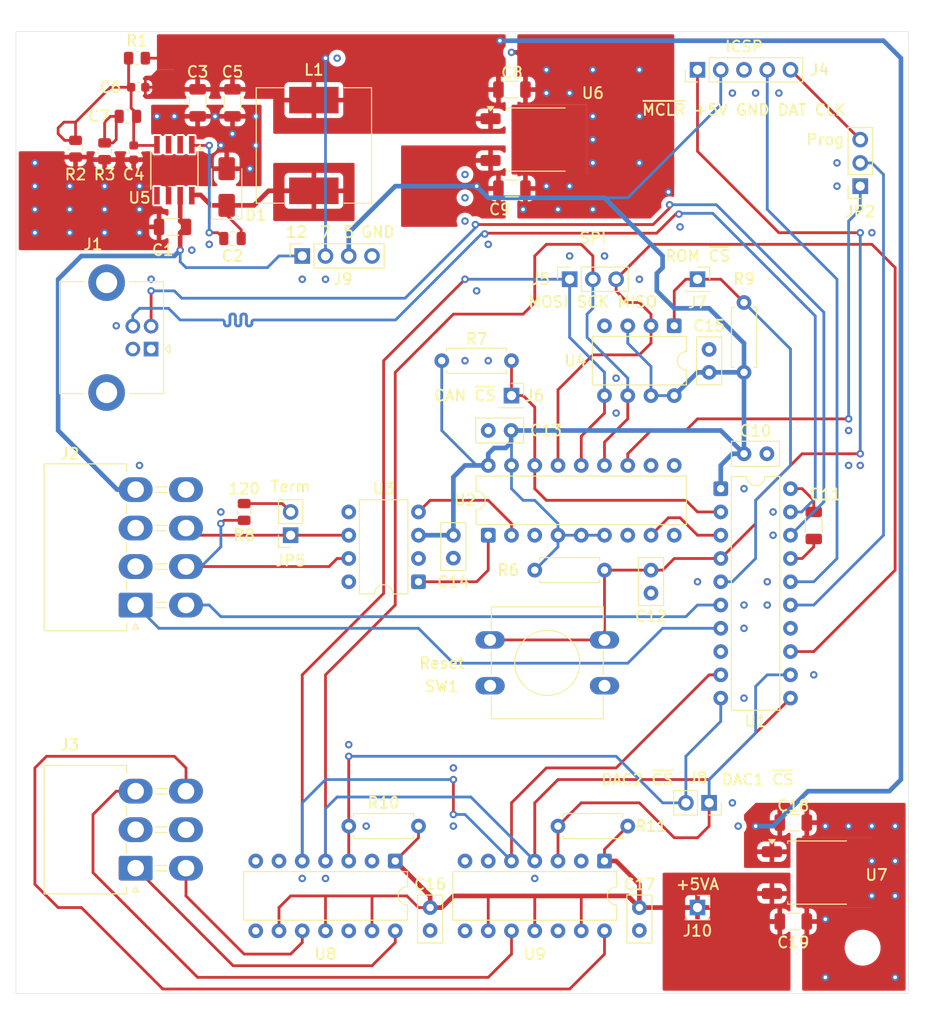
<source format=kicad_pcb>
(kicad_pcb (version 20241229) (generator "pcbnew") (generator_version "9.0")
  (title_block (title "CAN Gauge Interface") (date "2025-09-27") (rev "0.1") (company "Sam Anthony"))
  (layers (0 "F.Cu" signal) (4 "In1.Cu" signal) (6 "In2.Cu" signal) (2 "B.Cu" power) (13 "F.Paste" user) (15 "B.Paste" user) (5 "F.SilkS" user "F.Silkscreen") (7 "B.SilkS" user "B.Silkscreen") (1 "F.Mask" user) (3 "B.Mask" user) (25 "Edge.Cuts" user))
  (net 0 "")
  (net 1 "GND")
  (net 2 "+12V")
  (net 3 "Net-(U5-BOOT)")
  (net 4 "+7V")
  (net 5 "Net-(C7-Pad2)")
  (net 6 "+5V")
  (net 7 "Net-(U1-Vusb3v3)")
  (net 8 "/~{MCLR}")
  (net 9 "+5VA")
  (net 10 "/USB_D+")
  (net 11 "/USB_D-")
  (net 14 "/CAN_L")
  (net 15 "/Speed")
  (net 16 "/Tach")
  (net 17 "/CAN_H")
  (net 18 "/AN4")
  (net 19 "/AN2")
  (net 20 "/AN3")
  (net 21 "/AN1")
  (net 22 "/ICSP_CLK")
  (net 23 "/ICSP_DAT")
  (net 24 "/SCK")
  (net 25 "/MOSI")
  (net 26 "/MISO")
  (net 27 "/CAN_~{CS}")
  (net 28 "/ROM_~{CS}")
  (net 29 "/DAC2_~{CS}")
  (net 30 "/DAC1_~{CS}")
  (net 31 "/INT{slash}ICSP_CLK")
  (net 32 "/INT")
  (net 33 "Net-(JP5-B)")
  (net 35 "/CLK")
  (net 38 "/CAN_RX")
  (net 39 "/CAN_TX")
  (net 52 "/PH")
  (net 53 "/sense")
  (footprint "Connector_PinSocket_2.54mm:PinSocket_1x01_P2.54mm_Vertical" (layer "F.Cu") (at 124.46 129.54)
    (property "Reference" "J7")
    (property "Value" "ROM ~{CS}")
  )
  (footprint "Capacitor_SMD:C_1206_3216Metric" (layer "F.Cu") (at 104.189 119.634)
    (property "Reference" "C9")
    (property "Value" "10u" (hide yes))
  )
  (footprint "Capacitor_SMD:C_0805_2012Metric" (layer "F.Cu") (at 62.23 111.76 180)
    (property "Reference" "C7")
    (property "Value" "47n" (hide yes))
  )
  (footprint "Connector_PinSocket_2.54mm:PinSocket_1x04_P2.54mm_Vertical" (layer "F.Cu") (at 81.28 127 90)
    (property "Reference" "J9")
    (property "Value" "Conn_01x04_Socket" (hide yes))
  )
  (footprint "MountingHole:MountingHole_3.2mm_M3_DIN965" (layer "F.Cu") (at 55 202.5)
    (property "Reference" "H1" (hide yes))
    (property "Value" "MountingHole" (hide yes))
  )
  (footprint "Capacitor_SMD:C_1206_3216Metric" (layer "F.Cu") (at 134.923 199.644)
    (property "Reference" "C19")
    (property "Value" "10u" (hide yes))
  )
  (footprint "Resistor_THT:R_Axial_DIN0207_L6.3mm_D2.5mm_P7.62mm_Horizontal" (layer "F.Cu") (at 93.98 189.23 180)
    (property "Reference" "R10")
    (property "Value" "10k" (hide yes))
  )
  (footprint "Capacitor_SMD:C_1206_3216Metric" (layer "F.Cu") (at 134.923 188.849)
    (property "Reference" "C18")
    (property "Value" "10u" (hide yes))
  )
  (footprint "Package_TO_SOT_SMD:TO-252-2" (layer "F.Cu") (at 106.894 114.294)
    (property "Reference" "U6")
    (property "Value" "L78M05AB" (hide yes))
  )
  (footprint "Capacitor_THT:C_Disc_D5.0mm_W2.5mm_P2.50mm" (layer "F.Cu") (at 95.25 198.12 -90)
    (property "Reference" "C16")
    (property "Value" "100n" (hide yes))
  )
  (footprint "MountingHole:MountingHole_3.2mm_M3_DIN965" (layer "F.Cu") (at 142.5 202.5)
    (property "Reference" "H2" (hide yes))
    (property "Value" "MountingHole" (hide yes))
  )
  (footprint "Capacitor_SMD:C_0603_1608Metric" (layer "F.Cu") (at 62.865 115.71 -90)
    (property "Reference" "C4")
    (property "Value" "220p" (hide yes))
  )
  (footprint "footprints:Molex_Mini-Fit_Jr_5569-06A2_2x03_P4.20mm_Horizontal" (layer "F.Cu") (at 63.08 193.82 90)
    (property "Reference" "J3")
    (property "Value" "Analog")
  )
  (footprint "Resistor_SMD:R_0805_2012Metric" (layer "F.Cu") (at 63.2225 105.41)
    (property "Reference" "R1")
    (property "Value" "10k" (hide yes))
  )
  (footprint "footprints:USB_B_Lumberg_2411_02_Horizontal" (layer "F.Cu") (at 64.77 137.16 180)
    (property "Reference" "J1")
    (property "Value" "USB_B" (hide yes))
  )
  (footprint "Connector_PinSocket_2.54mm:PinSocket_1x02_P2.54mm_Vertical" (layer "F.Cu") (at 80.01 157.48 180)
    (property "Reference" "JP5")
    (property "Value" "Term")
  )
  (footprint "Capacitor_SMD:C_0603_1608Metric" (layer "F.Cu") (at 63.36 108.585)
    (property "Reference" "C6")
    (property "Value" "3300p" (hide yes))
  )
  (footprint "Inductor_SMD:L_12x12mm_H8mm" (layer "F.Cu") (at 82.55 114.935 90)
    (property "Reference" "L1")
    (property "Value" "150u" (hide yes))
  )
  (footprint "MountingHole:MountingHole_3.2mm_M3_DIN965" (layer "F.Cu") (at 55 107.5)
    (property "Reference" "H4" (hide yes))
    (property "Value" "MountingHole" (hide yes))
  )
  (footprint "Resistor_SMD:R_0805_2012Metric" (layer "F.Cu") (at 56.515 115.2925 -90)
    (property "Reference" "R2")
    (property "Value" "3k24" (hide yes))
  )
  (footprint "Resistor_THT:R_Axial_DIN0207_L6.3mm_D2.5mm_P7.62mm_Horizontal" (layer "F.Cu") (at 106.68 161.29)
    (property "Reference" "R6")
    (property "Value" "10k" (hide yes))
  )
  (footprint "Connector_PinSocket_2.54mm:PinSocket_1x02_P2.54mm_Vertical" (layer "F.Cu") (at 125.73 186.69 -90)
    (property "Reference" "J8")
    (property "Value" "DAC ~{CS}" (hide yes))
  )
  (footprint "Button_Switch_THT:SW_PUSH-12mm" (layer "F.Cu") (at 114.3 173.91 180)
    (property "Reference" "SW1")
    (property "Value" "Reset")
  )
  (footprint "Capacitor_SMD:C_1206_3216Metric" (layer "F.Cu") (at 69.85 110.285 -90)
    (property "Reference" "C3")
    (property "Value" "22u" (hide yes))
  )
  (footprint "Connector_PinSocket_2.54mm:PinSocket_1x01_P2.54mm_Vertical" (layer "F.Cu") (at 104.14 142.24)
    (property "Reference" "J6")
    (property "Value" "CAN ~{CS}")
  )
  (footprint "Resistor_THT:R_Axial_DIN0207_L6.3mm_D2.5mm_P7.62mm_Horizontal" (layer "F.Cu") (at 129.54 139.7 90)
    (property "Reference" "R9")
    (property "Value" "10k" (hide yes))
  )
  (footprint "Connector_PinSocket_2.54mm:PinSocket_1x03_P2.54mm_Vertical" (layer "F.Cu") (at 142.24 119.38 180)
    (property "Reference" "JP2")
    (property "Value" "Prog")
  )
  (footprint "Package_DIP:DIP-14_W7.62mm" (layer "F.Cu") (at 91.44 193.04 -90)
    (property "Reference" "U8")
    (property "Value" "MCP4912" (hide yes))
  )
  (footprint "Diode_SMD:D_SMA" (layer "F.Cu") (at 73.025 119.475 90)
    (property "Reference" "D1")
    (property "Value" "SS34" (hide yes))
  )
  (footprint "footprints:Molex_Mini-Fit_Jr_5569-08A2_2x04_P4.20mm_Horizontal" (layer "F.Cu") (at 63.08 165.1 90)
    (property "Reference" "J2")
    (property "Value" "Conn_02x04_Top_Bottom")
  )
  (footprint "Resistor_SMD:R_0805_2012Metric" (layer "F.Cu") (at 59.69 115.57 -90)
    (property "Reference" "R3")
    (property "Value" "2k7" (hide yes))
  )
  (footprint "Package_DIP:DIP-8_W7.62mm" (layer "F.Cu") (at 93.98 162.56 180)
    (property "Reference" "U3")
    (property "Value" "MCP2561-E-P" (hide yes))
  )
  (footprint "Resistor_THT:R_Axial_DIN0207_L6.3mm_D2.5mm_P7.62mm_Horizontal" (layer "F.Cu") (at 96.52 138.43)
    (property "Reference" "R7")
    (property "Value" "10k" (hide yes))
  )
  (footprint "Capacitor_SMD:C_1206_3216Metric" (layer "F.Cu") (at 73.66 110.285 -90)
    (property "Reference" "C5")
    (property "Value" "22u" (hide yes))
  )
  (footprint "Connector_PinHeader_2.54mm:PinHeader_1x05_P2.54mm_Vertical" (layer "F.Cu") (at 124.46 106.68 90)
    (property "Reference" "J4")
    (property "Value" "ICSP")
  )
  (footprint "Capacitor_THT:C_Disc_D5.0mm_W2.5mm_P2.50mm" (layer "F.Cu") (at 97.79 159.98 90)
    (property "Reference" "C14")
    (property "Value" "100n" (hide yes))
  )
  (footprint "Connector_PinSocket_2.54mm:PinSocket_1x03_P2.54mm_Vertical" (layer "F.Cu") (at 110.49 129.54 90)
    (property "Reference" "J5")
    (property "Value" "SPI Debug" (hide yes))
  )
  (footprint "Capacitor_SMD:C_1206_3216Metric" (layer "F.Cu") (at 104.189 108.839)
    (property "Reference" "C8")
    (property "Value" "10u" (hide yes))
  )
  (footprint "Connector_PinSocket_2.54mm:PinSocket_1x01_P2.54mm_Vertical" (layer "F.Cu") (at 124.46 198.12)
    (property "Reference" "J10")
    (property "Value" "+5VA")
  )
  (footprint "Package_DIP:DIP-20_W7.62mm" (layer "F.Cu") (at 127 152.4)
    (property "Reference" "U1")
    (property "Value" "PIC16F1459-IP" (hide yes))
  )
  (footprint "Capacitor_SMD:C_0805_2012Metric" (layer "F.Cu") (at 73.66 125.095)
    (property "Reference" "C2")
    (property "Value" "10n" (hide yes))
  )
  (footprint "Package_SO:TI_SO-PowerPAD-8" (layer "F.Cu") (at 67.31 117.635 -90)
    (property "Reference" "U5")
    (property "Value" "TPS5430DDA" (hide yes))
  )
  (footprint "Capacitor_THT:C_Disc_D5.0mm_W2.5mm_P2.50mm" (layer "F.Cu") (at 119.38 161.29 -90)
    (property "Reference" "C12")
    (property "Value" "100n" (hide yes))
  )
  (footprint "Capacitor_THT:C_Disc_D5.0mm_W2.5mm_P2.50mm" (layer "F.Cu") (at 118.11 198.12 -90)
    (property "Reference" "C17")
    (property "Value" "100n" (hide yes))
  )
  (footprint "Resistor_SMD:R_0805_2012Metric" (layer "F.Cu") (at 74.93 154.94 -90)
    (property "Reference" "R8")
    (property "Value" "120")
  )
  (footprint "Capacitor_THT:C_Disc_D5.0mm_W2.5mm_P2.50mm" (layer "F.Cu") (at 129.54 148.59)
    (property "Reference" "C10")
    (property "Value" "100n" (hide yes))
  )
  (footprint "MountingHole:MountingHole_3.2mm_M3_DIN965" (layer "F.Cu") (at 142.5 107.5)
    (property "Reference" "H3" (hide yes))
    (property "Value" "MountingHole" (hide yes))
  )
  (footprint "Capacitor_THT:C_Disc_D5.0mm_W2.5mm_P2.50mm" (layer "F.Cu") (at 101.6 146.05)
    (property "Reference" "C13")
    (property "Value" "100n" (hide yes))
  )
  (footprint "Resistor_THT:R_Axial_DIN0207_L6.3mm_D2.5mm_P7.62mm_Horizontal" (layer "F.Cu") (at 116.84 189.23 180)
    (property "Reference" "R11")
    (property "Value" "10k" (hide yes))
  )
  (footprint "Package_DIP:DIP-18_W7.62mm" (layer "F.Cu") (at 101.6 157.48 90)
    (property "Reference" "U2")
    (property "Value" "MCP2515-I/P" (hide yes))
  )
  (footprint "Capacitor_SMD:C_1206_3216Metric" (layer "F.Cu") (at 137.16 156.415 90)
    (property "Reference" "C11")
    (property "Value" "1u" (hide yes))
  )
  (footprint "Package_DIP:DIP-8_W7.62mm" (layer "F.Cu") (at 121.92 134.62 -90)
    (property "Reference" "U4")
    (property "Value" "25LC160C" (hide yes))
  )
  (footprint "Package_TO_SOT_SMD:TO-252-2" (layer "F.Cu") (at 137.628 194.304)
    (property "Reference" "U7")
    (property "Value" "L78M05AB" (hide yes))
  )
  (footprint "Capacitor_SMD:C_1206_3216Metric" (layer "F.Cu") (at 67.105 123.825 180)
    (property "Reference" "C1")
    (property "Value" "22u" (hide yes))
  )
  (footprint "Capacitor_THT:C_Disc_D5.0mm_W2.5mm_P2.50mm" (layer "F.Cu") (at 125.73 137.2 -90)
    (property "Reference" "C15")
    (property "Value" "100n" (hide yes))
  )
  (footprint "Package_DIP:DIP-14_W7.62mm" (layer "F.Cu") (at 114.3 193.04 -90)
    (property "Reference" "U9")
    (property "Value" "MCP4912" (hide yes))
  )
  (gr_rect (start 50 102.5) (end 147.5 207.5) (stroke (width 0.05)) (fill no) (layer "Edge.Cuts"))
  (gr_text "SPI" (at 113.03 125.73 0) (layer "F.SilkS") (effects (font (size 1.2 1.2) (thickness 0.2) (bold yes)) (justify bottom)))
  (gr_text "12" (at 80.645 125.095 0) (layer "F.SilkS") (effects (font (size 1.2 1.2) (thickness 0.2) (bold yes)) (justify bottom)))
  (gr_text "~{MCLR} +5V GND DAT CLK" (at 129.54 111.76 0) (layer "F.SilkS") (effects (font (size 1.2 1.2) (thickness 0.2) (bold yes)) (justify bottom)))
  (gr_text "GND" (at 89.535 125.095 0) (layer "F.SilkS") (effects (font (size 1.2 1.2) (thickness 0.2) (bold yes)) (justify bottom)))
  (gr_text "7\n" (at 83.82 125.095 0) (layer "F.SilkS") (effects (font (size 1.2 1.2) (thickness 0.2) (bold yes)) (justify bottom)))
  (gr_text "DAC2 ~{CS}" (at 121.92 184.15 0) (layer "F.SilkS") (effects (font (size 1.2 1.2) (thickness 0.2) (bold yes)) (justify right)))
  (gr_text "DAC1 ~{CS}" (at 127 184.15 0) (layer "F.SilkS") (effects (font (size 1.2 1.2) (thickness 0.2) (bold yes)) (justify left)))
  (gr_text "MOSI SCK MISO" (at 113.03 132.715 0) (layer "F.SilkS") (effects (font (size 1.2 1.2) (thickness 0.2) (bold yes)) (justify bottom)))
  (gr_text "5" (at 86.36 125.095 0) (layer "F.SilkS") (effects (font (size 1.2 1.2) (thickness 0.2) (bold yes)) (justify bottom)))
  (segment (start 134.62 152.4) (end 135.89 152.4) (width 0.3048) (layer "F.Cu") (net 1))
  (segment (start 105.664 105.664) (end 105.664 108.839) (width 0.508) (layer "F.Cu") (net 1))
  (segment (start 104.14 104.775) (end 104.775 104.775) (width 0.508) (layer "F.Cu") (net 1))
  (segment (start 137.16 153.67) (end 137.16 154.94) (width 0.3048) (layer "F.Cu") (net 1))
  (segment (start 104.775 104.775) (end 105.664 105.664) (width 0.508) (layer "F.Cu") (net 1))
  (segment (start 135.89 152.4) (end 137.16 153.67) (width 0.3048) (layer "F.Cu") (net 1))
  (via (at 128.27 109.22) (size 0.8128) (drill 0.4) (layers "F.Cu" "B.Cu") (net 1))
  (via (at 71.755 111.76) (size 0.8128) (drill 0.4) (layers "F.Cu" "B.Cu") (net 1))
  (via (at 73.66 113.665) (size 0.8128) (drill 0.4) (layers "F.Cu" "B.Cu") (net 1))
  (via (at 122.555 123.825) (size 0.8128) (drill 0.4) (layers "F.Cu" "B.Cu") (net 1))
  (via (at 99.06 138.43) (size 0.8128) (drill 0.4) (layers "F.Cu" "B.Cu") (net 1))
  (via (at 63.5 124.46) (size 0.8128) (drill 0.4) (layers "F.Cu" "B.Cu") (net 1))
  (via (at 139.7 116.84) (size 0.8128) (drill 0.4) (layers "F.Cu" "B.Cu") (net 1))
  (via (at 110.49 109.22) (size 0.8128) (drill 0.4) (layers "F.Cu" "B.Cu") (net 1))
  (via (at 113.03 111.76) (size 0.8128) (drill 0.4) (layers "F.Cu" "B.Cu") (net 1))
  (via (at 146.05 196.85) (size 0.8128) (drill 0.4) (layers "F.Cu" "B.Cu") (net 1))
  (via (at 118.11 129.54) (size 0.8128) (drill 0.4) (layers "F.Cu" "B.Cu") (net 1))
  (via (at 67.31 111.76) (size 0.8128) (drill 0.4) (layers "F.Cu" "B.Cu") (net 1))
  (via (at 110.49 119.38) (size 0.8128) (drill 0.4) (layers "F.Cu" "B.Cu") (net 1))
  (via (at 88.265 189.23) (size 0.8128) (drill 0.4) (layers "F.Cu" "B.Cu") (net 1))
  (via (at 138.43 199.39) (size 0.8128) (drill 0.4) (layers "F.Cu" "B.Cu") (net 1))
  (via (at 69.215 126.365) (size 0.8128) (drill 0.4) (layers "F.Cu" "B.Cu") (net 1))
  (via (at 146.05 193.04) (size 0.8128) (drill 0.4) (layers "F.Cu" "B.Cu") (net 1))
  (via (at 143.51 189.23) (size 0.8128) (drill 0.4) (layers "F.Cu" "B.Cu") (net 1))
  (via (at 75.565 117.475) (size 0.8128) (drill 0.4) (layers "F.Cu" "B.Cu") (net 1))
  (via (at 104.14 104.775) (size 0.8128) (drill 0.4) (layers "F.Cu" "B.Cu") (net 1))
  (via (at 81.28 129.54) (size 0.8128) (drill 0.4) (layers "F.Cu" "B.Cu") (net 1))
  (via (at 118.11 116.84) (size 0.8128) (drill 0.4) (layers "F.Cu" "B.Cu") (net 1))
  (via (at 65.405 111.76) (size 0.8128) (drill 0.4) (layers "F.Cu" "B.Cu") (net 1))
  (via (at 55.88 121.92) (size 0.8128) (drill 0.4) (layers "F.Cu" "B.Cu") (net 1))
  (via (at 121.285 120.015) (size 0.8128) (drill 0.4) (layers "F.Cu" "B.Cu") (net 1))
  (via (at 138.43 189.23) (size 0.8128) (drill 0.4) (layers "F.Cu" "B.Cu") (net 1))
  (via (at 132.08 162.56) (size 0.8128) (drill 0.4) (layers "F.Cu" "B.Cu") (net 1))
  (via (at 110.49 127) (size 0.8128) (drill 0.4) (layers "F.Cu" "B.Cu") (net 1))
  (via (at 63.5 149.86) (size 0.8128) (drill 0.4) (layers "F.Cu" "B.Cu") (net 1))
  (via (at 128.905 189.23) (size 0.8128) (drill 0.4) (layers "F.Cu" "B.Cu") (net 1))
  (via (at 107.95 119.38) (size 0.8128) (drill 0.4) (layers "F.Cu" "B.Cu") (net 1))
  (via (at 99.06 120.65) (size 0.8128) (drill 0.4) (layers "F.Cu" "B.Cu") (net 1))
  (via (at 140.97 149.86) (size 0.8128) (drill 0.4) (layers "F.Cu" "B.Cu") (net 1))
  (via (at 142.24 149.86) (size 0.8128) (drill 0.4) (layers "F.Cu" "B.Cu") (net 1))
  (via (at 132.715 157.48) (size 0.8128) (drill 0.4) (layers "F.Cu" "B.Cu") (net 1))
  (via (at 143.51 124.46) (size 0.8128) (drill 0.4) (layers "F.Cu" "B.Cu") (net 1))
  (via (at 128.27 186.69) (size 0.8128) (drill 0.4) (layers "F.Cu" "B.Cu") (net 1))
  (via (at 132.08 165.1) (size 0.8128) (drill 0.4) (layers "F.Cu" "B.Cu") (net 1))
  (via (at 85.09 105.41) (size 0.8128) (drill 0.4) (layers "F.Cu" "B.Cu") (net 1))
  (via (at 129.54 165.1) (size 0.8128) (drill 0.4) (layers "F.Cu" "B.Cu") (net 1))
  (via (at 130.81 109.22) (size 0.8128) (drill 0.4) (layers "F.Cu" "B.Cu") (net 1))
  (via (at 129.54 152.4) (size 0.8128) (drill 0.4) (layers "F.Cu" "B.Cu") (net 1))
  (via (at 52.07 119.38) (size 0.8128) (drill 0.4) (layers "F.Cu" "B.Cu") (net 1))
  (via (at 146.05 205.74) (size 0.8128) (drill 0.4) (layers "F.Cu" "B.Cu") (net 1))
  (via (at 101.6 125.73) (size 0.8128) (drill 0.4) (layers "F.Cu" "B.Cu") (net 1))
  (via (at 133.35 109.22) (size 0.8128) (drill 0.4) (layers "F.Cu" "B.Cu") (net 1))
  (via (at 109.22 121.92) (size 0.8128) (drill 0.4) (layers "F.Cu" "B.Cu") (net 1))
  (via (at 59.69 121.92) (size 0.8128) (drill 0.4) (layers "F.Cu" "B.Cu") (net 1))
  (via (at 115.57 140.335) (size 0.8128) (drill 0.4) (layers "F.Cu" "B.Cu") (net 1))
  (via (at 55.88 119.38) (size 0.8128) (drill 0.4) (layers "F.Cu" "B.Cu") (net 1))
  (via (at 106.68 194.945) (size 0.8128) (drill 0.4) (layers "F.Cu" "B.Cu") (net 1))
  (via (at 76.2 114.935) (size 0.8128) (drill 0.4) (layers "F.Cu" "B.Cu") (net 1))
  (via (at 140.97 189.23) (size 0.8128) (drill 0.4) (layers "F.Cu" "B.Cu") (net 1))
  (via (at 113.03 114.3) (size 0.8128) (drill 0.4) (layers "F.Cu" "B.Cu") (net 1))
  (via (at 60.96 134.62) (size 0.8128) (drill 0.4) (layers "F.Cu" "B.Cu") (net 1))
  (via (at 115.57 144.145) (size 0.8128) (drill 0.4) (layers "F.Cu" "B.Cu") (net 1))
  (via (at 118.11 111.76) (size 0.8128) (drill 0.4) (layers "F.Cu" "B.Cu") (net 1))
  (via (at 71.12 125.73) (size 0.8128) (drill 0.4) (layers "F.Cu" "B.Cu") (net 1))
  (via (at 105.41 121.92) (size 0.8128) (drill 0.4) (layers "F.Cu" "B.Cu") (net 1))
  (via (at 138.43 205.74) (size 0.8128) (drill 0.4) (layers "F.Cu" "B.Cu") (net 1))
  (via (at 99.06 118.11) (size 0.8128) (drill 0.4) (layers "F.Cu" "B.Cu") (net 1))
  (via (at 100.33 130.81) (size 0.8128) (drill 0.4) (layers "F.Cu" "B.Cu") (net 1))
  (via (at 52.07 116.84) (size 0.8128) (drill 0.4) (layers "F.Cu" "B.Cu") (net 1))
  (via (at 72.39 114.935) (size 0.8128) (drill 0.4) (layers "F.Cu" "B.Cu") (net 1))
  (via (at 83.82 129.54) (size 0.8128) (drill 0.4) (layers "F.Cu" "B.Cu") (net 1))
  (via (at 64.77 129.54) (size 0.8128) (drill 0.4) (layers "F.Cu" "B.Cu") (net 1))
  (via (at 63.5 121.92) (size 0.8128) (drill 0.4) (layers "F.Cu" "B.Cu") (net 1))
  (via (at 137.16 172.72) (size 0.8128) (drill 0.4) (layers "F.Cu" "B.Cu") (net 1))
  (via (at 107.95 109.22) (size 0.8128) (drill 0.4) (layers "F.Cu" "B.Cu") (net 1))
  (via (at 101.6 138.43) (size 0.8128) (drill 0.4) (layers "F.Cu" "B.Cu") (net 1))
  (via (at 97.79 189.23) (size 0.8128) (drill 0.4) (layers "F.Cu" "B.Cu") (net 1))
  (via (at 118.11 106.68) (size 0.8128) (drill 0.4) (layers "F.Cu" "B.Cu") (net 1))
  (via (at 52.07 124.46) (size 0.8128) (drill 0.4) (layers "F.Cu" "B.Cu") (net 1))
  (via (at 139.7 119.38) (size 0.8128) (drill 0.4) (layers "F.Cu" "B.Cu") (net 1))
  (via (at 83.82 194.945) (size 0.8128) (drill 0.4) (layers "F.Cu" "B.Cu") (net 1))
  (via (at 146.05 189.23) (size 0.8128) (drill 0.4) (layers "F.Cu" "B.Cu") (net 1))
  (via (at 113.03 121.92) (size 0.8128) (drill 0.4) (layers "F.Cu" "B.Cu") (net 1))
  (via (at 113.03 106.68) (size 0.8128) (drill 0.4) (layers "F.Cu" "B.Cu") (net 1))
  (via (at 72.39 154.94) (size 0.8128) (drill 0.4) (layers "F.Cu" "B.Cu") (net 1))
  (via (at 59.69 119.38) (size 0.8128) (drill 0.4) (layers "F.Cu" "B.Cu") (net 1))
  (via (at 129.54 175.26) (size 0.8128) (drill 0.4) (layers "F.Cu" "B.Cu") (net 1))
  (via (at 81.28 194.945) (size 0.8128) (drill 0.4) (layers "F.Cu" "B.Cu") (net 1))
  (via (at 97.79 182.88) (size 0.8128) (drill 0.4) (layers "F.Cu" "B.Cu") (net 1))
  (via (at 124.46 162.56) (size 0.8128) (drill 0.4) (layers "F.Cu" "B.Cu") (net 1))
  (via (at 55.88 124.46) (size 0.8128) (drill 0.4) (layers "F.Cu" "B.Cu") (net 1))
  (via (at 132.715 154.94) (size 0.8128) (drill 0.4) (layers "F.Cu" "B.Cu") (net 1))
  (via (at 143.51 196.85) (size 0.8128) (drill 0.4) (layers "F.Cu" "B.Cu") (net 1))
  (via (at 113.03 116.84) (size 0.8128) (drill 0.4) (layers "F.Cu" "B.Cu") (net 1))
  (via (at 63.5 119.38) (size 0.8128) (drill 0.4) (layers "F.Cu" "B.Cu") (net 1))
  (via (at 59.69 124.46) (size 0.8128) (drill 0.4) (layers "F.Cu" "B.Cu") (net 1))
  (via (at 76.2 111.76) (size 0.8128) (drill 0.4) (layers "F.Cu" "B.Cu") (net 1))
  (via (at 86.36 180.34) (size 0.8128) (drill 0.4) (layers "F.Cu" "B.Cu") (net 1))
  (via (at 129.54 167.64) (size 0.8128) (drill 0.4) (layers "F.Cu" "B.Cu") (net 1))
  (via (at 143.51 193.04) (size 0.8128) (drill 0.4) (layers "F.Cu" "B.Cu") (net 1))
  (via (at 99.06 123.19) (size 0.8128) (drill 0.4) (layers "F.Cu" "B.Cu") (net 1))
  (via (at 107.95 106.68) (size 0.8128) (drill 0.4) (layers "F.Cu" "B.Cu") (net 1))
  (via (at 52.07 121.92) (size 0.8128) (drill 0.4) (layers "F.Cu" "B.Cu") (net 1))
  (via (at 114.3 127) (size 0.8128) (drill 0.4) (layers "F.Cu" "B.Cu") (net 1))
  (via (at 140.97 146.05) (size 0.8128) (drill 0.4) (layers "F.Cu" "B.Cu") (net 1))
  (segment (start 67.945 124.46) (end 67.945 126.365) (width 0.508) (layer "F.Cu") (net 2))
  (segment (start 67.945 123.19) (end 68.58 123.825) (width 0.508) (layer "F.Cu") (net 2))
  (segment (start 68.58 123.825) (end 67.945 124.46) (width 0.508) (layer "F.Cu") (net 2))
  (segment (start 67.945 120.335) (end 67.945 123.19) (width 0.508) (layer "F.Cu") (net 2))
  (via (at 67.945 126.365) (size 0.8128) (drill 0.4) (layers "F.Cu" "B.Cu") (net 2))
  (segment (start 54.61 146.05) (end 61.06 152.5) (width 0.508) (layer "B.Cu") (net 2))
  (segment (start 67.945 126.365) (end 67.31 127) (width 0.508) (layer "B.Cu") (net 2))
  (segment (start 77.47 128.27) (end 68.58 128.27) (width 0.3048) (layer "B.Cu") (net 2))
  (segment (start 68.58 128.27) (end 67.945 127.635) (width 0.3048) (layer "B.Cu") (net 2))
  (segment (start 67.31 127) (end 57.15 127) (width 0.508) (layer "B.Cu") (net 2))
  (segment (start 57.15 127) (end 54.61 129.54) (width 0.508) (layer "B.Cu") (net 2))
  (segment (start 61.06 152.5) (end 63.08 152.5) (width 0.508) (layer "B.Cu") (net 2))
  (segment (start 78.74 127) (end 77.47 128.27) (width 0.3048) (layer "B.Cu") (net 2))
  (segment (start 54.61 129.54) (end 54.61 146.05) (width 0.508) (layer "B.Cu") (net 2))
  (segment (start 81.28 127) (end 78.74 127) (width 0.3048) (layer "B.Cu") (net 2))
  (segment (start 67.945 127.635) (end 67.945 126.365) (width 0.3048) (layer "B.Cu") (net 2))
  (segment (start 69.215 114.935) (end 71.12 114.935) (width 0.3048) (layer "F.Cu") (net 3))
  (segment (start 72.075 124.46) (end 72.71 125.095) (width 0.3048) (layer "F.Cu") (net 3))
  (segment (start 71.12 124.46) (end 72.075 124.46) (width 0.3048) (layer "F.Cu") (net 3))
  (via (at 71.12 114.935) (size 0.8128) (drill 0.4) (layers "F.Cu" "B.Cu") (net 3))
  (via (at 71.12 124.46) (size 0.8128) (drill 0.4) (layers "F.Cu" "B.Cu") (net 3))
  (segment (start 71.12 114.935) (end 71.12 124.46) (width 0.3048) (layer "B.Cu") (net 3))
  (segment (start 83.82 105.41) (end 82.55 106.68) (width 0.3048) (layer "F.Cu") (net 4))
  (segment (start 102.714 103.661) (end 102.87 103.505) (width 0.508) (layer "F.Cu") (net 4))
  (segment (start 69.85 107.315) (end 69.85 108.81) (width 0.3048) (layer "F.Cu") (net 4))
  (segment (start 102.714 108.839) (end 102.714 103.661) (width 0.508) (layer "F.Cu") (net 4))
  (segment (start 64.135 105.41) (end 67.945 105.41) (width 0.3048) (layer "F.Cu") (net 4))
  (segment (start 67.945 105.41) (end 69.85 107.315) (width 0.3048) (layer "F.Cu") (net 4))
  (segment (start 82.55 106.68) (end 82.55 109.985) (width 0.3048) (layer "F.Cu") (net 4))
  (via (at 102.87 103.505) (size 0.8128) (drill 0.4) (layers "F.Cu" "B.Cu") (net 4))
  (via (at 83.82 105.41) (size 0.8128) (drill 0.4) (layers "F.Cu" "B.Cu") (net 4))
  (via (at 130.81 189.23) (size 0.8128) (drill 0.4) (layers "F.Cu" "B.Cu") (net 4))
  (segment (start 146.685 105.41) (end 146.685 184.15) (width 0.508) (layer "B.Cu") (net 4))
  (segment (start 102.87 103.505) (end 144.78 103.505) (width 0.508) (layer "B.Cu") (net 4))
  (segment (start 83.82 127) (end 83.82 105.41) (width 0.3048) (layer "B.Cu") (net 4))
  (segment (start 144.78 103.505) (end 146.685 105.41) (width 0.508) (layer "B.Cu") (net 4))
  (segment (start 146.685 184.15) (end 145.415 185.42) (width 0.508) (layer "B.Cu") (net 4))
  (segment (start 136.525 185.42) (end 132.715 189.23) (width 0.508) (layer "B.Cu") (net 4))
  (segment (start 145.415 185.42) (end 136.525 185.42) (width 0.508) (layer "B.Cu") (net 4))
  (segment (start 132.715 189.23) (end 130.81 189.23) (width 0.508) (layer "B.Cu") (net 4))
  (segment (start 60.6025 114.6575) (end 60.96 114.3) (width 0.3048) (layer "F.Cu") (net 5))
  (segment (start 59.69 112.395) (end 60.325 111.76) (width 0.3048) (layer "F.Cu") (net 5))
  (segment (start 59.69 114.6575) (end 60.6025 114.6575) (width 0.3048) (layer "F.Cu") (net 5))
  (segment (start 59.69 114.6575) (end 59.69 112.395) (width 0.3048) (layer "F.Cu") (net 5))
  (segment (start 60.325 111.76) (end 61.28 111.76) (width 0.3048) (layer "F.Cu") (net 5))
  (segment (start 60.96 114.3) (end 60.96 111.76) (width 0.3048) (layer "F.Cu") (net 5))
  (segment (start 102.714 119.634) (end 100.584 119.634) (width 0.508) (layer "F.Cu") (net 6))
  (segment (start 100.584 119.634) (end 100.33 119.38) (width 0.508) (layer "F.Cu") (net 6))
  (via (at 100.33 119.38) (size 0.8128) (drill 0.4) (layers "F.Cu" "B.Cu") (net 6))
  (segment (start 119.38 139.065) (end 116.84 136.525) (width 0.3048) (layer "B.Cu") (net 6))
  (segment (start 119.38 142.24) (end 121.92 142.24) (width 0.3048) (layer "B.Cu") (net 6))
  (segment (start 128.27 148.59) (end 127 149.86) (width 0.508) (layer "B.Cu") (net 6))
  (segment (start 119.38 142.24) (end 119.38 139.065) (width 0.3048) (layer "B.Cu") (net 6))
  (segment (start 86.36 127) (end 86.36 124.46) (width 0.508) (layer "B.Cu") (net 6))
  (segment (start 129.54 148.59) (end 127 146.05) (width 0.508) (layer "B.Cu") (net 6))
  (segment (start 101.6 149.86) (end 99.06 149.86) (width 0.508) (layer "B.Cu") (net 6))
  (segment (start 96.52 146.05) (end 100.33 149.86) (width 0.3048) (layer "B.Cu") (net 6))
  (segment (start 100.33 149.86) (end 101.6 149.86) (width 0.3048) (layer "B.Cu") (net 6))
  (segment (start 100.33 119.38) (end 101.6 120.65) (width 0.508) (layer "B.Cu") (net 6))
  (segment (start 91.44 119.38) (end 100.33 119.38) (width 0.508) (layer "B.Cu") (net 6))
  (segment (start 109.22 156.21) (end 109.22 157.48) (width 0.3048) (layer "B.Cu") (net 6))
  (segment (start 124.46 139.7) (end 121.92 142.24) (width 0.508) (layer "B.Cu") (net 6))
  (segment (start 120.65 128.27) (end 120.015 128.905) (width 0.508) (layer "B.Cu") (net 6))
  (segment (start 120.015 128.905) (end 120.015 130.81) (width 0.508) (layer "B.Cu") (net 6))
  (segment (start 97.79 151.13) (end 97.79 157.48) (width 0.508) (layer "B.Cu") (net 6))
  (segment (start 125.73 132.715) (end 129.54 136.525) (width 0.508) (layer "B.Cu") (net 6))
  (segment (start 127 149.86) (end 127 152.4) (width 0.508) (layer "B.Cu") (net 6))
  (segment (start 109.22 158.75) (end 106.68 161.29) (width 0.3048) (layer "B.Cu") (net 6))
  (segment (start 104.14 149.86) (end 104.14 152.4) (width 0.3048) (layer "B.Cu") (net 6))
  (segment (start 125.73 139.7) (end 124.46 139.7) (width 0.508) (layer "B.Cu") (net 6))
  (segment (start 120.65 127) (end 120.65 128.27) (width 0.508) (layer "B.Cu") (net 6))
  (segment (start 109.22 157.48) (end 114.3 157.48) (width 0.3048) (layer "B.Cu") (net 6))
  (segment (start 121.92 132.715) (end 125.73 132.715) (width 0.508) (layer "B.Cu") (net 6))
  (segment (start 97.79 157.48) (end 93.98 157.48) (width 0.508) (layer "B.Cu") (net 6))
  (segment (start 127 106.68) (end 127 110.49) (width 0.3048) (layer "B.Cu") (net 6))
  (segment (start 129.54 139.7) (end 129.54 148.59) (width 0.508) (layer "B.Cu") (net 6))
  (segment (start 105.41 153.67) (end 106.68 153.67) (width 0.3048) (layer "B.Cu") (net 6))
  (segment (start 99.06 149.86) (end 97.79 151.13) (width 0.508) (layer "B.Cu") (net 6))
  (segment (start 101.6 148.59) (end 101.6 149.86) (width 0.508) (layer "B.Cu") (net 6))
  (segment (start 114.3 120.65) (end 120.65 127) (width 0.508) (layer "B.Cu") (net 6))
  (segment (start 120.015 130.81) (end 121.92 132.715) (width 0.508) (layer "B.Cu") (net 6))
  (segment (start 129.54 136.525) (end 129.54 139.7) (width 0.508) (layer "B.Cu") (net 6))
  (segment (start 104.14 149.86) (end 104.14 146.09) (width 0.3048) (layer "B.Cu") (net 6))
  (segment (start 86.36 124.46) (end 91.44 119.38) (width 0.508) (layer "B.Cu") (net 6))
  (segment (start 129.54 139.7) (end 125.73 139.7) (width 0.508) (layer "B.Cu") (net 6))
  (segment (start 109.22 157.48) (end 109.22 158.75) (width 0.3048) (layer "B.Cu") (net 6))
  (segment (start 103.505 147.955) (end 102.235 147.955) (width 0.508) (layer "B.Cu") (net 6))
  (segment (start 127 146.05) (end 104.1 146.05) (width 0.508) (layer "B.Cu") (net 6))
  (segment (start 127 110.49) (end 116.84 120.65) (width 0.3048) (layer "B.Cu") (net 6))
  (segment (start 101.6 120.65) (end 114.3 120.65) (width 0.508) (layer "B.Cu") (net 6))
  (segment (start 102.235 147.955) (end 101.6 148.59) (width 0.508) (layer "B.Cu") (net 6))
  (segment (start 96.52 138.43) (end 96.52 146.05) (width 0.3048) (layer "B.Cu") (net 6))
  (segment (start 106.68 153.67) (end 109.22 156.21) (width 0.3048) (layer "B.Cu") (net 6))
  (segment (start 129.54 148.59) (end 128.27 148.59) (width 0.508) (layer "B.Cu") (net 6))
  (segment (start 104.1 146.05) (end 104.1 147.36) (width 0.508) (layer "B.Cu") (net 6))
  (segment (start 116.84 120.65) (end 114.3 120.65) (width 0.3048) (layer "B.Cu") (net 6))
  (segment (start 116.84 136.525) (end 116.84 134.62) (width 0.3048) (layer "B.Cu") (net 6))
  (segment (start 104.14 146.09) (end 104.1 146.05) (width 0.3048) (layer "B.Cu") (net 6))
  (segment (start 104.1 147.36) (end 103.505 147.955) (width 0.508) (layer "B.Cu") (net 6))
  (segment (start 104.14 152.4) (end 105.41 153.67) (width 0.3048) (layer "B.Cu") (net 6))
  (segment (start 137.16 158.75) (end 137.16 157.89) (width 0.3048) (layer "F.Cu") (net 7))
  (segment (start 135.89 160.02) (end 137.16 158.75) (width 0.3048) (layer "F.Cu") (net 7))
  (segment (start 134.62 160.02) (end 135.89 160.02) (width 0.3048) (layer "F.Cu") (net 7))
  (segment (start 130.81 153.67) (end 135.89 148.59) (width 0.3048) (layer "F.Cu") (net 8))
  (segment (start 135.89 148.59) (end 140.97 148.59) (width 0.3048) (layer "F.Cu") (net 8))
  (segment (start 120.65 161.29) (end 119.38 161.29) (width 0.3048) (layer "F.Cu") (net 8))
  (segment (start 130.81 156.21) (end 130.81 153.67) (width 0.3048) (layer "F.Cu") (net 8))
  (segment (start 119.38 161.29) (end 114.3 161.29) (width 0.3048) (layer "F.Cu") (net 8))
  (segment (start 133.35 124.46) (end 124.46 115.57) (width 0.3048) (layer "F.Cu") (net 8))
  (segment (start 140.97 148.59) (end 142.24 148.59) (width 0.3048) (layer "F.Cu") (net 8))
  (segment (start 121.92 160.02) (end 120.65 161.29) (width 0.3048) (layer "F.Cu") (net 8))
  (segment (start 114.3 168.91) (end 101.8 168.91) (width 0.3048) (layer "F.Cu") (net 8))
  (segment (start 124.46 115.57) (end 124.46 106.68) (width 0.3048) (layer "F.Cu") (net 8))
  (segment (start 142.24 124.46) (end 133.35 124.46) (width 0.3048) (layer "F.Cu") (net 8))
  (segment (start 114.3 161.29) (end 114.3 168.91) (width 0.3048) (layer "F.Cu") (net 8))
  (segment (start 127 160.02) (end 121.92 160.02) (width 0.3048) (layer "F.Cu") (net 8))
  (segment (start 127 160.02) (end 130.81 156.21) (width 0.3048) (layer "F.Cu") (net 8))
  (via (at 142.24 124.46) (size 0.8128) (drill 0.4) (layers "F.Cu" "B.Cu") (net 8))
  (via (at 142.24 148.59) (size 0.8128) (drill 0.4) (layers "F.Cu" "B.Cu") (net 8))
  (segment (start 142.24 148.59) (end 142.24 124.46) (width 0.3048) (layer "B.Cu") (net 8))
  (segment (start 106.68 196.85) (end 111.76 196.85) (width 0.508) (layer "F.Cu") (net 9))
  (segment (start 95.25 198.12) (end 95.25 196.85) (width 0.508) (layer "F.Cu") (net 9))
  (segment (start 80.01 196.85) (end 83.82 196.85) (width 0.3048) (layer "F.Cu") (net 9))
  (segment (start 88.9 196.85) (end 92.71 196.85) (width 0.3048) (layer "F.Cu") (net 9))
  (segment (start 95.25 196.85) (end 91.44 193.04) (width 0.508) (layer "F.Cu") (net 9))
  (segment (start 93.98 198.12) (end 95.25 198.12) (width 0.3048) (layer "F.Cu") (net 9))
  (segment (start 92.71 196.85) (end 93.98 198.12) (width 0.3048) (layer "F.Cu") (net 9))
  (segment (start 101.6 196.85) (end 106.68 196.85) (width 0.508) (layer "F.Cu") (net 9))
  (segment (start 83.82 200.66) (end 83.82 196.85) (width 0.3048) (layer "F.Cu") (net 9))
  (segment (start 88.9 200.66) (end 88.9 196.85) (width 0.3048) (layer "F.Cu") (net 9))
  (segment (start 116.84 196.85) (end 118.11 198.12) (width 0.508) (layer "F.Cu") (net 9))
  (segment (start 124.46 198.12) (end 127 198.12) (width 0.508) (layer "F.Cu") (net 9))
  (segment (start 118.11 198.12) (end 118.11 195.58) (width 0.508) (layer "F.Cu") (net 9))
  (segment (start 116.84 189.23) (end 114.3 191.77) (width 0.3048) (layer "F.Cu") (net 9))
  (segment (start 118.11 198.12) (end 124.46 198.12) (width 0.508) (layer "F.Cu") (net 9))
  (segment (start 128.524 199.644) (end 133.448 199.644) (width 0.508) (layer "F.Cu") (net 9))
  (segment (start 127 198.12) (end 128.524 199.644) (width 0.508) (layer "F.Cu") (net 9))
  (segment (start 115.57 193.04) (end 114.3 193.04) (width 0.508) (layer "F.Cu") (net 9))
  (segment (start 78.74 200.66) (end 78.74 198.12) (width 0.3048) (layer "F.Cu") (net 9))
  (segment (start 83.82 196.85) (end 88.9 196.85) (width 0.3048) (layer "F.Cu") (net 9))
  (segment (start 118.11 195.58) (end 115.57 193.04) (width 0.508) (layer "F.Cu") (net 9))
  (segment (start 78.74 198.12) (end 80.01 196.85) (width 0.3048) (layer "F.Cu") (net 9))
  (segment (start 111.76 200.66) (end 111.76 196.85) (width 0.3048) (layer "F.Cu") (net 9))
  (segment (start 111.76 196.85) (end 116.84 196.85) (width 0.508) (layer "F.Cu") (net 9))
  (segment (start 101.6 200.66) (end 101.6 196.85) (width 0.3048) (layer "F.Cu") (net 9))
  (segment (start 96.52 198.12) (end 97.79 196.85) (width 0.508) (layer "F.Cu") (net 9))
  (segment (start 93.98 190.5) (end 91.44 193.04) (width 0.3048) (layer "F.Cu") (net 9))
  (segment (start 97.79 196.85) (end 101.6 196.85) (width 0.508) (layer "F.Cu") (net 9))
  (segment (start 114.3 191.77) (end 114.3 193.04) (width 0.3048) (layer "F.Cu") (net 9))
  (segment (start 106.68 200.66) (end 106.68 196.85) (width 0.3048) (layer "F.Cu") (net 9))
  (segment (start 93.98 189.23) (end 93.98 190.5) (width 0.3048) (layer "F.Cu") (net 9))
  (segment (start 95.25 198.12) (end 96.52 198.12) (width 0.508) (layer "F.Cu") (net 9))
  (segment (start 119.992911 124.511628) (end 122.072664 122.431875) (width 0.3048) (layer "F.Cu") (net 10))
  (segment (start 122.072664 122.431875) (end 122.431875 122.431875) (width 0.3048) (layer "F.Cu") (net 10))
  (segment (start 101.302122 124.511628) (end 119.992911 124.511628) (width 0.3048) (layer "F.Cu") (net 10))
  (segment (start 101.218172 124.595578) (end 101.302122 124.511628) (width 0.3048) (layer "F.Cu") (net 10))
  (via (at 122.431875 122.431875) (size 0.8128) (drill 0.4) (layers "F.Cu" "B.Cu") (net 10))
  (via (at 101.218172 124.595578) (size 0.8128) (drill 0.4) (layers "F.Cu" "B.Cu") (net 10))
  (segment (start 73.017588 134.636703) (end 73.137588 134.636703) (width 0.3048) (layer "B.Cu") (net 10))
  (segment (start 74.577588 134.396703) (end 74.577588 133.985) (width 0.3048) (layer "B.Cu") (net 10))
  (segment (start 75.417588 134.636689) (end 75.537588 134.636689) (width 0.3048) (layer "B.Cu") (net 10))
  (segment (start 75.177588 133.573297) (end 75.177588 133.985) (width 0.3048) (layer "B.Cu") (net 10))
  (segment (start 84.395645 133.985) (end 91.46954 133.985) (width 0.3048) (layer "B.Cu") (net 10))
  (segment (start 62.77 133.445) (end 63.5 132.715) (width 0.3048) (layer "B.Cu") (net 10))
  (segment (start 74.577588 133.985) (end 74.577588 133.573297) (width 0.3048) (layer "B.Cu") (net 10))
  (segment (start 73.377588 134.225) (end 73.377588 133.985) (width 0.3048) (layer "B.Cu") (net 10))
  (segment (start 91.46954 133.985) (end 100.858961 124.595578) (width 0.3048) (layer "B.Cu") (net 10))
  (segment (start 72.777588 134.225) (end 72.777588 134.396703) (width 0.3048) (layer "B.Cu") (net 10))
  (segment (start 137.3251 133.54464) (end 137.3251 153.445822) (width 0.3048) (layer "B.Cu") (net 10))
  (segment (start 73.617588 133.333297) (end 73.737588 133.333297) (width 0.3048) (layer "B.Cu") (net 10))
  (segment (start 122.431875 122.431875) (end 122.515825 122.347925) (width 0.3048) (layer "B.Cu") (net 10))
  (segment (start 75.177588 134.225) (end 75.177588 134.396689) (width 0.3048) (layer "B.Cu") (net 10))
  (segment (start 122.515825 122.347925) (end 126.128385 122.347925) (width 0.3048) (layer "B.Cu") (net 10))
  (segment (start 74.217588 134.636703) (end 74.337588 134.636703) (width 0.3048) (layer "B.Cu") (net 10))
  (segment (start 73.977588 133.985) (end 73.977588 134.396703) (width 0.3048) (layer "B.Cu") (net 10))
  (segment (start 74.817588 133.333297) (end 74.937588 133.333297) (width 0.3048) (layer "B.Cu") (net 10))
  (segment (start 62.77 134.66) (end 62.77 133.445) (width 0.3048) (layer "B.Cu") (net 10))
  (segment (start 73.377588 134.396703) (end 73.377588 134.225) (width 0.3048) (layer "B.Cu") (net 10))
  (segment (start 66.675 132.715) (end 67.945 133.985) (width 0.3048) (layer "B.Cu") (net 10))
  (segment (start 67.945 133.985) (end 72.537588 133.985) (width 0.3048) (layer "B.Cu") (net 10))
  (segment (start 75.777588 134.396689) (end 75.777588 134.225) (width 0.3048) (layer "B.Cu") (net 10))
  (segment (start 73.377588 133.985) (end 73.377588 133.573297) (width 0.3048) (layer "B.Cu") (net 10))
  (segment (start 63.5 132.715) (end 66.675 132.715) (width 0.3048) (layer "B.Cu") (net 10))
  (segment (start 75.177588 133.985) (end 75.177588 134.225) (width 0.3048) (layer "B.Cu") (net 10))
  (segment (start 135.830922 154.94) (end 134.62 154.94) (width 0.3048) (layer "B.Cu") (net 10))
  (segment (start 73.977588 133.573297) (end 73.977588 133.985) (width 0.3048) (layer "B.Cu") (net 10))
  (segment (start 76.017588 133.985) (end 76.137588 133.985) (width 0.3048) (layer "B.Cu") (net 10))
  (segment (start 137.3251 153.445822) (end 135.830922 154.94) (width 0.3048) (layer "B.Cu") (net 10))
  (segment (start 126.128385 122.347925) (end 137.3251 133.54464) (width 0.3048) (layer "B.Cu") (net 10))
  (segment (start 76.137588 133.985) (end 84.395645 133.985) (width 0.3048) (layer "B.Cu") (net 10))
  (segment (start 100.858961 124.595578) (end 101.218172 124.595578) (width 0.3048) (layer "B.Cu") (net 10))
  (arc (start 73.977588 134.396703) (mid 74.047882 134.566409) (end 74.217588 134.636703) (width 0.3048) (layer "B.Cu") (net 10))
  (arc (start 73.137588 134.636703) (mid 73.307294 134.566409) (end 73.377588 134.396703) (width 0.3048) (layer "B.Cu") (net 10))
  (arc (start 72.777588 134.396703) (mid 72.847882 134.566409) (end 73.017588 134.636703) (width 0.3048) (layer "B.Cu") (net 10))
  (arc (start 74.577588 133.573297) (mid 74.647882 133.403591) (end 74.817588 133.333297) (width 0.3048) (layer "B.Cu") (net 10))
  (arc (start 75.537588 134.636689) (mid 75.707294 134.566395) (end 75.777588 134.396689) (width 0.3048) (layer "B.Cu") (net 10))
  (arc (start 75.777588 134.225) (mid 75.847882 134.055294) (end 76.017588 133.985) (width 0.3048) (layer "B.Cu") (net 10))
  (arc (start 73.737588 133.333297) (mid 73.907294 133.403591) (end 73.977588 133.573297) (width 0.3048) (layer "B.Cu") (net 10))
  (arc (start 73.377588 133.573297) (mid 73.447882 133.403591) (end 73.617588 133.333297) (width 0.3048) (layer "B.Cu") (net 10))
  (arc (start 75.177588 134.396689) (mid 75.247882 134.566395) (end 75.417588 134.636689) (width 0.3048) (layer "B.Cu") (net 10))
  (arc (start 74.937588 133.333297) (mid 75.107294 133.403591) (end 75.177588 133.573297) (width 0.3048) (layer "B.Cu") (net 10))
  (arc (start 74.337588 134.636703) (mid 74.507294 134.566409) (end 74.577588 134.396703) (width 0.3048) (layer "B.Cu") (net 10))
  (arc (start 72.537588 133.985) (mid 72.707294 134.055294) (end 72.777588 134.225) (width 0.3048) (layer "B.Cu") (net 10))
  (segment (start 100.194422 123.571828) (end 119.603633 123.571828) (width 0.3048) (layer "F.Cu") (net 11))
  (segment (start 121.408125 121.767336) (end 121.408125 121.408125) (width 0.3048) (layer "F.Cu") (net 11))
  (segment (start 64.77 130.81) (end 64.77 134.66) (width 0.3048) (layer "F.Cu") (net 11))
  (segment (start 119.603633 123.571828) (end 121.408125 121.767336) (width 0.3048) (layer "F.Cu") (net 11))
  (via (at 100.194422 123.571828) (size 0.8128) (drill 0.4) (layers "F.Cu" "B.Cu") (net 11))
  (via (at 121.408125 121.408125) (size 0.8128) (drill 0.4) (layers "F.Cu" "B.Cu") (net 11))
  (via (at 64.77 130.81) (size 0.8128) (drill 0.4) (layers "F.Cu" "B.Cu") (net 11))
  (segment (start 126.517665 121.408125) (end 138.2649 133.15536) (width 0.3048) (layer "B.Cu") (net 11))
  (segment (start 138.2649 133.15536) (end 138.2649 153.8351) (width 0.3048) (layer "B.Cu") (net 11))
  (segment (start 67.31 130.81) (end 68.1101 131.6101) (width 0.3048) (layer "B.Cu") (net 11))
  (segment (start 68.1101 131.6101) (end 92.51536 131.6101) (width 0.3048) (layer "B.Cu") (net 11))
  (segment (start 100.194422 123.931039) (end 100.194422 123.571828) (width 0.3048) (layer "B.Cu") (net 11))
  (segment (start 64.77 130.81) (end 67.31 130.81) (width 0.3048) (layer "B.Cu") (net 11))
  (segment (start 121.408125 121.408125) (end 126.517665 121.408125) (width 0.3048) (layer "B.Cu") (net 11))
  (segment (start 92.51536 131.6101) (end 100.194422 123.931039) (width 0.3048) (layer "B.Cu") (net 11))
  (segment (start 138.2649 153.8351) (end 134.62 157.48) (width 0.3048) (layer "B.Cu") (net 11))
  (segment (start 69.36 157.48) (end 68.58 156.7) (width 0.3048) (layer "F.Cu") (net 14))
  (segment (start 86.36 157.48) (end 80.01 157.48) (width 0.3048) (layer "F.Cu") (net 14))
  (segment (start 80.01 157.48) (end 69.36 157.48) (width 0.3048) (layer "F.Cu") (net 14))
  (segment (start 123.19 166.37) (end 72.39 166.37) (width 0.3048) (layer "B.Cu") (net 15))
  (segment (start 127 165.1) (end 124.46 165.1) (width 0.3048) (layer "B.Cu") (net 15))
  (segment (start 72.39 166.37) (end 71.12 165.1) (width 0.3048) (layer "B.Cu") (net 15))
  (segment (start 71.12 165.1) (end 68.58 165.1) (width 0.3048) (layer "B.Cu") (net 15))
  (segment (start 124.46 165.1) (end 123.19 166.37) (width 0.3048) (layer "B.Cu") (net 15))
  (segment (start 127 167.64) (end 120.65 167.64) (width 0.3048) (layer "B.Cu") (net 16))
  (segment (start 116.84 171.45) (end 97.79 171.45) (width 0.3048) (layer "B.Cu") (net 16))
  (segment (start 120.65 167.64) (end 116.84 171.45) (width 0.3048) (layer "B.Cu") (net 16))
  (segment (start 65.62 167.64) (end 63.08 165.1) (width 0.3048) (layer "B.Cu") (net 16))
  (segment (start 97.79 171.45) (end 93.98 167.64) (width 0.3048) (layer "B.Cu") (net 16))
  (segment (start 93.98 167.64) (end 65.62 167.64) (width 0.3048) (layer "B.Cu") (net 16))
  (segment (start 84.21 160.9) (end 68.58 160.9) (width 0.3048) (layer "F.Cu") (net 17))
  (segment (start 85.09 160.02) (end 84.21 160.9) (width 0.3048) (layer "F.Cu") (net 17))
  (segment (start 72.7475 155.8525) (end 72.39 156.21) (width 0.3048) (layer "F.Cu") (net 17))
  (segment (start 74.93 155.8525) (end 72.7475 155.8525) (width 0.3048) (layer "F.Cu") (net 17))
  (segment (start 86.36 160.02) (end 85.09 160.02) (width 0.3048) (layer "F.Cu") (net 17))
  (via (at 72.39 156.21) (size 0.8128) (drill 0.4) (layers "F.Cu" "B.Cu") (net 17))
  (segment (start 72.39 158.75) (end 70.24 160.9) (width 0.3048) (layer "B.Cu") (net 17))
  (segment (start 70.24 160.9) (end 68.58 160.9) (width 0.3048) (layer "B.Cu") (net 17))
  (segment (start 72.39 156.21) (end 72.39 158.75) (width 0.3048) (layer "B.Cu") (net 17))
  (segment (start 104.14 203.2) (end 101.6 205.74) (width 0.3048) (layer "F.Cu") (net 18))
  (segment (start 60.96 185.42) (end 63.08 185.42) (width 0.3048) (layer "F.Cu") (net 18))
  (segment (start 101.6 205.74) (end 69.85 205.74) (width 0.3048) (layer "F.Cu") (net 18))
  (segment (start 104.14 200.66) (end 104.14 203.2) (width 0.3048) (layer "F.Cu") (net 18))
  (segment (start 58.42 187.96) (end 60.96 185.42) (width 0.3048) (layer "F.Cu") (net 18))
  (segment (start 69.85 205.74) (end 58.42 194.31) (width 0.3048) (layer "F.Cu") (net 18))
  (segment (start 58.42 194.31) (end 58.42 187.96) (width 0.3048) (layer "F.Cu") (net 18))
  (segment (start 74.93 203.2) (end 68.58 196.85) (width 0.3048) (layer "F.Cu") (net 19))
  (segment (start 81.28 201.93) (end 80.01 203.2) (width 0.3048) (layer "F.Cu") (net 19))
  (segment (start 81.28 200.66) (end 81.28 201.93) (width 0.3048) (layer "F.Cu") (net 19))
  (segment (start 80.01 203.2) (end 74.93 203.2) (width 0.3048) (layer "F.Cu") (net 19))
  (segment (start 68.58 196.85) (end 68.58 193.82) (width 0.3048) (layer "F.Cu") (net 19))
  (segment (start 114.3 203.2) (end 110.49 207.01) (width 0.3048) (layer "F.Cu") (net 20))
  (segment (start 57.15 198.12) (end 54.61 198.12) (width 0.3048) (layer "F.Cu") (net 20))
  (segment (start 68.58 182.88) (end 68.58 185.42) (width 0.3048) (layer "F.Cu") (net 20))
  (segment (start 52.07 182.88) (end 53.34 181.61) (width 0.3048) (layer "F.Cu") (net 20))
  (segment (start 110.49 207.01) (end 66.04 207.01) (width 0.3048) (layer "F.Cu") (net 20))
  (segment (start 114.3 200.66) (end 114.3 203.2) (width 0.3048) (layer "F.Cu") (net 20))
  (segment (start 52.07 195.58) (end 52.07 182.88) (width 0.3048) (layer "F.Cu") (net 20))
  (segment (start 66.04 207.01) (end 57.15 198.12) (width 0.3048) (layer "F.Cu") (net 20))
  (segment (start 67.31 181.61) (end 68.58 182.88) (width 0.3048) (layer "F.Cu") (net 20))
  (segment (start 54.61 198.12) (end 52.07 195.58) (width 0.3048) (layer "F.Cu") (net 20))
  (segment (start 53.34 181.61) (end 67.31 181.61) (width 0.3048) (layer "F.Cu") (net 20))
  (segment (start 88.9 204.47) (end 73.73 204.47) (width 0.3048) (layer "F.Cu") (net 21))
  (segment (start 91.44 201.93) (end 88.9 204.47) (width 0.3048) (layer "F.Cu") (net 21))
  (segment (start 91.44 200.66) (end 91.44 201.93) (width 0.3048) (layer "F.Cu") (net 21))
  (segment (start 73.73 204.47) (end 63.08 193.82) (width 0.3048) (layer "F.Cu") (net 21))
  (segment (start 142.24 114.3) (end 134.62 106.68) (width 0.3048) (layer "F.Cu") (net 22))
  (segment (start 139.7 129.54) (end 139.7 160.02) (width 0.3048) (layer "B.Cu") (net 23))
  (segment (start 132.08 106.68) (end 132.08 121.92) (width 0.3048) (layer "B.Cu") (net 23))
  (segment (start 139.7 160.02) (end 137.16 162.56) (width 0.3048) (layer "B.Cu") (net 23))
  (segment (start 132.08 121.92) (end 139.7 129.54) (width 0.3048) (layer "B.Cu") (net 23))
  (segment (start 137.16 162.56) (end 134.62 162.56) (width 0.3048) (layer "B.Cu") (net 23))
  (segment (start 91.44 165.1) (end 83.82 172.72) (width 0.3048) (layer "F.Cu") (net 24))
  (segment (start 113.03 129.54) (end 113.03 127) (width 0.3048) (layer "F.Cu") (net 24))
  (segment (start 83.82 172.72) (end 83.82 193.04) (width 0.3048) (layer "F.Cu") (net 24))
  (segment (start 105.41 133.35) (end 97.79 133.35) (width 0.3048) (layer "F.Cu") (net 24))
  (segment (start 125.73 184.15) (end 109.22 184.15) (width 0.3048) (layer "F.Cu") (net 24))
  (segment (start 107.95 125.73) (end 106.68 127) (width 0.3048) (layer "F.Cu") (net 24))
  (segment (start 97.79 133.35) (end 91.44 139.7) (width 0.3048) (layer "F.Cu") (net 24))
  (segment (start 113.03 127) (end 111.76 125.73) (width 0.3048) (layer "F.Cu") (net 24))
  (segment (start 106.68 127) (end 106.68 132.08) (width 0.3048) (layer "F.Cu") (net 24))
  (segment (start 106.68 186.69) (end 106.68 193.04) (width 0.3048) (layer "F.Cu") (net 24))
  (segment (start 91.44 139.7) (end 91.44 165.1) (width 0.3048) (layer "F.Cu") (net 24))
  (segment (start 111.76 125.73) (end 107.95 125.73) (width 0.3048) (layer "F.Cu") (net 24))
  (segment (start 114.3 147.32) (end 114.3 149.86) (width 0.3048) (layer "F.Cu") (net 24))
  (segment (start 116.84 144.78) (end 114.3 147.32) (width 0.3048) (layer "F.Cu") (net 24))
  (segment (start 116.84 142.24) (end 116.84 144.78) (width 0.3048) (layer "F.Cu") (net 24))
  (segment (start 106.68 132.08) (end 105.41 133.35) (width 0.3048) (layer "F.Cu") (net 24))
  (segment (start 109.22 184.15) (end 106.68 186.69) (width 0.3048) (layer "F.Cu") (net 24))
  (segment (start 134.62 175.26) (end 125.73 184.15) (width 0.3048) (layer "F.Cu") (net 24))
  (segment (start 99.695 186.055) (end 106.68 193.04) (width 0.3048) (layer "B.Cu") (net 24))
  (segment (start 112.395 135.89) (end 112.395 133.35) (width 0.3048) (layer "B.Cu") (net 24))
  (segment (start 83.82 193.04) (end 83.82 187.325) (width 0.3048) (layer "B.Cu") (net 24))
  (segment (start 83.82 187.325) (end 85.09 186.055) (width 0.3048) (layer "B.Cu") (net 24))
  (segment (start 116.84 142.24) (end 116.84 140.335) (width 0.3048) (layer "B.Cu") (net 24))
  (segment (start 112.395 133.35) (end 113.03 132.715) (width 0.3048) (layer "B.Cu") (net 24))
  (segment (start 116.84 140.335) (end 112.395 135.89) (width 0.3048) (layer "B.Cu") (net 24))
  (segment (start 85.09 186.055) (end 99.695 186.055) (width 0.3048) (layer "B.Cu") (net 24))
  (segment (start 113.03 132.715) (end 113.03 129.54) (width 0.3048) (layer "B.Cu") (net 24))
  (segment (start 127 172.72) (end 125.73 172.72) (width 0.3048) (layer "F.Cu") (net 25))
  (segment (start 90.17 163.83) (end 90.17 138.43) (width 0.3048) (layer "F.Cu") (net 25))
  (segment (start 97.79 187.96) (end 97.79 184.15) (width 0.3048) (layer "F.Cu") (net 25))
  (segment (start 114.3 144.145) (end 111.76 146.685) (width 0.3048) (layer "F.Cu") (net 25))
  (segment (start 81.28 193.04) (end 81.28 172.72) (width 0.3048) (layer "F.Cu") (net 25))
  (segment (start 114.3 142.24) (end 114.3 144.145) (width 0.3048) (layer "F.Cu") (net 25))
  (segment (start 81.28 172.72) (end 90.17 163.83) (width 0.3048) (layer "F.Cu") (net 25))
  (segment (start 104.14 186.69) (end 104.14 193.04) (width 0.3048) (layer "F.Cu") (net 25))
  (segment (start 111.76 146.685) (end 111.76 149.86) (width 0.3048) (layer "F.Cu") (net 25))
  (segment (start 107.95 182.88) (end 104.14 186.69) (width 0.3048) (layer "F.Cu") (net 25))
  (segment (start 90.17 138.43) (end 99.06 129.54) (width 0.3048) (layer "F.Cu") (net 25))
  (segment (start 125.73 172.72) (end 115.57 182.88) (width 0.3048) (layer "F.Cu") (net 25))
  (segment (start 115.57 182.88) (end 107.95 182.88) (width 0.3048) (layer "F.Cu") (net 25))
  (via (at 97.79 187.96) (size 0.8128) (drill 0.4) (layers "F.Cu" "B.Cu") (net 25))
  (via (at 99.06 129.54) (size 0.8128) (drill 0.4) (layers "F.Cu" "B.Cu") (net 25))
  (via (at 97.79 184.15) (size 0.8128) (drill 0.4) (layers "F.Cu" "B.Cu") (net 25))
  (segment (start 104.14 193.04) (end 99.06 187.96) (width 0.3048) (layer "B.Cu") (net 25))
  (segment (start 110.49 135.89) (end 114.3 139.7) (width 0.3048) (layer "B.Cu") (net 25))
  (segment (start 99.06 187.96) (end 97.79 187.96) (width 0.3048) (layer "B.Cu") (net 25))
  (segment (start 114.3 139.7) (end 114.3 142.24) (width 0.3048) (layer "B.Cu") (net 25))
  (segment (start 81.28 186.69) (end 81.28 193.04) (width 0.3048) (layer "B.Cu") (net 25))
  (segment (start 97.79 184.15) (end 83.82 184.15) (width 0.3048) (layer "B.Cu") (net 25))
  (segment (start 110.49 129.54) (end 110.49 135.89) (width 0.3048) (layer "B.Cu") (net 25))
  (segment (start 99.06 129.54) (end 110.49 129.54) (width 0.3048) (layer "B.Cu") (net 25))
  (segment (start 83.82 184.15) (end 81.28 186.69) (width 0.3048) (layer "B.Cu") (net 25))
  (segment (start 134.62 170.18) (end 137.16 170.18) (width 0.3048) (layer "F.Cu") (net 26))
  (segment (start 115.57 130.81) (end 116.84 132.08) (width 0.3048) (layer "F.Cu") (net 26))
  (segment (start 137.16 170.18) (end 146.05 161.29) (width 0.3048) (layer "F.Cu") (net 26))
  (segment (start 146.05 128.27) (end 143.51 125.73) (width 0.3048) (layer "F.Cu") (net 26))
  (segment (start 118.11 137.795) (end 119.38 136.525) (width 0.3048) (layer "F.Cu") (net 26))
  (segment (start 119.38 133.35) (end 119.38 134.62) (width 0.3048) (layer "F.Cu") (net 26))
  (segment (start 115.57 129.54) (end 115.57 130.81) (width 0.3048) (layer "F.Cu") (net 26))
  (segment (start 118.11 132.08) (end 119.38 133.35) (width 0.3048) (layer "F.Cu") (net 26))
  (segment (start 119.38 125.73) (end 115.57 129.54) (width 0.3048) (layer "F.Cu") (net 26))
  (segment (start 113.03 137.795) (end 118.11 137.795) (width 0.3048) (layer "F.Cu") (net 26))
  (segment (start 146.05 161.29) (end 146.05 128.27) (width 0.3048) (layer "F.Cu") (net 26))
  (segment (start 119.38 136.525) (end 119.38 134.62) (width 0.3048) (layer "F.Cu") (net 26))
  (segment (start 116.84 132.08) (end 118.11 132.08) (width 0.3048) (layer "F.Cu") (net 26))
  (segment (start 109.22 149.86) (end 109.22 141.605) (width 0.3048) (layer "F.Cu") (net 26))
  (segment (start 143.51 125.73) (end 119.38 125.73) (width 0.3048) (layer "F.Cu") (net 26))
  (segment (start 109.22 141.605) (end 113.03 137.795) (width 0.3048) (layer "F.Cu") (net 26))
  (segment (start 106.68 152.4) (end 106.68 149.86) (width 0.3048) (layer "F.Cu") (net 27))
  (segment (start 105.41 142.24) (end 104.14 142.24) (width 0.3048) (layer "F.Cu") (net 27))
  (segment (start 106.68 143.51) (end 105.41 142.24) (width 0.3048) (layer "F.Cu") (net 27))
  (segment (start 107.95 153.67) (end 106.68 152.4) (width 0.3048) (layer "F.Cu") (net 27))
  (segment (start 127 154.94) (end 124.46 154.94) (width 0.3048) (layer "F.Cu") (net 27))
  (segment (start 124.46 154.94) (end 123.19 153.67) (width 0.3048) (layer "F.Cu") (net 27))
  (segment (start 104.14 142.24) (end 104.14 138.43) (width 0.3048) (layer "F.Cu") (net 27))
  (segment (start 123.19 153.67) (end 107.95 153.67) (width 0.3048) (layer "F.Cu") (net 27))
  (segment (start 106.68 149.86) (end 106.68 143.51) (width 0.3048) (layer "F.Cu") (net 27))
  (segment (start 123.19 129.54) (end 121.92 130.81) (width 0.3048) (layer "F.Cu") (net 28))
  (segment (start 121.92 130.81) (end 121.92 134.62) (width 0.3048) (layer "F.Cu") (net 28))
  (segment (start 124.46 129.54) (end 123.19 129.54) (width 0.3048) (layer "F.Cu") (net 28))
  (segment (start 127 129.54) (end 124.46 129.54) (width 0.3048) (layer "F.Cu") (net 28))
  (segment (start 129.54 132.08) (end 127 129.54) (width 0.3048) (layer "F.Cu") (net 28))
  (segment (start 128.27 162.56) (end 130.81 160.02) (width 0.3048) (layer "B.Cu") (net 28))
  (segment (start 130.81 153.67) (end 134.62 149.86) (width 0.3048) (layer "B.Cu") (net 28))
  (segment (start 134.62 137.16) (end 129.54 132.08) (width 0.3048) (layer "B.Cu") (net 28))
  (segment (start 127 162.56) (end 128.27 162.56) (width 0.3048) (layer "B.Cu") (net 28))
  (segment (start 134.62 149.86) (end 134.62 137.16) (width 0.3048) (layer "B.Cu") (net 28))
  (segment (start 130.81 160.02) (end 130.81 153.67) (width 0.3048) (layer "B.Cu") (net 28))
  (segment (start 111.76 186.69) (end 109.22 189.23) (width 0.3048) (layer "F.Cu") (net 29))
  (segment (start 121.92 190.5) (end 118.11 186.69) (width 0.3048) (layer "F.Cu") (net 29))
  (segment (start 125.73 186.69) (end 125.73 189.23) (width 0.3048) (layer "F.Cu") (net 29))
  (segment (start 109.22 189.23) (end 109.22 193.04) (width 0.3048) (layer "F.Cu") (net 29))
  (segment (start 124.46 190.5) (end 121.92 190.5) (width 0.3048) (layer "F.Cu") (net 29))
  (segment (start 118.11 186.69) (end 111.76 186.69) (width 0.3048) (layer "F.Cu") (net 29))
  (segment (start 125.73 189.23) (end 124.46 190.5) (width 0.3048) (layer "F.Cu") (net 29))
  (segment (start 130.81 179.07) (end 125.73 184.15) (width 0.3048) (layer "B.Cu") (net 29))
  (segment (start 134.62 172.72) (end 132.08 172.72) (width 0.3048) (layer "B.Cu") (net 29))
  (segment (start 132.08 172.72) (end 130.81 173.99) (width 0.3048) (layer "B.Cu") (net 29))
  (segment (start 125.73 184.15) (end 125.73 186.69) (width 0.3048) (layer "B.Cu") (net 29))
  (segment (start 130.81 173.99) (end 130.81 179.07) (width 0.3048) (layer "B.Cu") (net 29))
  (segment (start 86.36 189.23) (end 86.36 181.61) (width 0.3048) (layer "F.Cu") (net 30))
  (segment (start 86.36 193.04) (end 86.36 189.23) (width 0.3048) (layer "F.Cu") (net 30))
  (via (at 86.36 181.61) (size 0.8128) (drill 0.4) (layers "F.Cu" "B.Cu") (net 30))
  (segment (start 123.19 186.69) (end 120.65 186.69) (width 0.3048) (layer "B.Cu") (net 30))
  (segment (start 115.57 181.61) (end 86.36 181.61) (width 0.3048) (layer "B.Cu") (net 30))
  (segment (start 127 175.26) (end 127 177.8) (width 0.3048) (layer "B.Cu") (net 30))
  (segment (start 120.65 186.69) (end 115.57 181.61) (width 0.3048) (layer "B.Cu") (net 30))
  (segment (start 127 177.8) (end 123.19 181.61) (width 0.3048) (layer "B.Cu") (net 30))
  (segment (start 123.19 181.61) (end 123.19 186.69) (width 0.3048) (layer "B.Cu") (net 30))
  (segment (start 143.51 116.84) (end 142.24 116.84) (width 0.3048) (layer "B.Cu") (net 31))
  (segment (start 144.78 157.48) (end 144.78 118.11) (width 0.3048) (layer "B.Cu") (net 31))
  (segment (start 144.78 118.11) (end 143.51 116.84) (width 0.3048) (layer "B.Cu") (net 31))
  (segment (start 134.62 165.1) (end 137.16 165.1) (width 0.3048) (layer "B.Cu") (net 31))
  (segment (start 137.16 165.1) (end 144.78 157.48) (width 0.3048) (layer "B.Cu") (net 31))
  (segment (start 124.46 144.78) (end 140.97 144.78) (width 0.3048) (layer "F.Cu") (net 32))
  (segment (start 119.38 146.05) (end 116.84 148.59) (width 0.3048) (layer "F.Cu") (net 32))
  (segment (start 116.84 148.59) (end 116.84 149.86) (width 0.3048) (layer "F.Cu") (net 32))
  (segment (start 123.19 146.05) (end 119.38 146.05) (width 0.3048) (layer "F.Cu") (net 32))
  (segment (start 124.46 144.78) (end 123.19 146.05) (width 0.3048) (layer "F.Cu") (net 32))
  (via (at 140.97 144.78) (size 0.8128) (drill 0.4) (layers "F.Cu" "B.Cu") (net 32))
  (segment (start 140.97 123.19) (end 142.24 121.92) (width 0.3048) (layer "B.Cu") (net 32))
  (segment (start 142.24 121.92) (end 142.24 119.38) (width 0.3048) (layer "B.Cu") (net 32))
  (segment (start 140.97 144.78) (end 140.97 123.19) (width 0.3048) (layer "B.Cu") (net 32))
  (segment (start 80.01 154.94) (end 79.0975 154.0275) (width 0.3048) (layer "F.Cu") (net 33))
  (segment (start 79.0975 154.0275) (end 74.93 154.0275) (width 0.3048) (layer "F.Cu") (net 33))
  (segment (start 127 157.48) (end 124.46 157.48) (width 0.3048) (layer "F.Cu") (net 35))
  (segment (start 121.285 155.575) (end 119.38 157.48) (width 0.3048) (layer "F.Cu") (net 35))
  (segment (start 122.555 155.575) (end 121.285 155.575) (width 0.3048) (layer "F.Cu") (net 35))
  (segment (start 124.46 157.48) (end 122.555 155.575) (width 0.3048) (layer "F.Cu") (net 35))
  (segment (start 101.6 153.67) (end 104.14 156.21) (width 0.3048) (layer "F.Cu") (net 38))
  (segment (start 93.98 154.94) (end 95.25 153.67) (width 0.3048) (layer "F.Cu") (net 38))
  (segment (start 95.25 153.67) (end 101.6 153.67) (width 0.3048) (layer "F.Cu") (net 38))
  (segment (start 104.14 156.21) (end 104.14 157.48) (width 0.3048) (layer "F.Cu") (net 38))
  (segment (start 93.98 162.56) (end 100.33 162.56) (width 0.3048) (layer "F.Cu") (net 39))
  (segment (start 100.33 162.56) (end 101.6 161.29) (width 0.3048) (layer "F.Cu") (net 39))
  (segment (start 101.6 161.29) (end 101.6 157.48) (width 0.3048) (layer "F.Cu") (net 39))
  (segment (start 73.025 121.475) (end 76.01 121.475) (width 0.508) (layer "F.Cu") (net 52))
  (segment (start 71.31 121.475) (end 73.025 121.475) (width 0.508) (layer "F.Cu") (net 52))
  (segment (start 76.01 121.475) (end 77.6 119.885) (width 0.508) (layer "F.Cu") (net 52))
  (segment (start 77.6 119.885) (end 82.55 119.885) (width 0.508) (layer "F.Cu") (net 52))
  (segment (start 69.215 120.335) (end 70.17 120.335) (width 0.508) (layer "F.Cu") (net 52))
  (segment (start 74.61 124.14) (end 73.025 122.555) (width 0.3048) (layer "F.Cu") (net 52))
  (segment (start 73.025 122.555) (end 73.025 121.475) (width 0.3048) (layer "F.Cu") (net 52))
  (segment (start 70.17 120.335) (end 71.31 121.475) (width 0.508) (layer "F.Cu") (net 52))
  (segment (start 74.61 125.095) (end 74.61 124.14) (width 0.3048) (layer "F.Cu") (net 52))
  (segment (start 62.865 112.075) (end 63.18 111.76) (width 0.3048) (layer "F.Cu") (net 53))
  (segment (start 62.585 108.585) (end 60.325 108.585) (width 0.3048) (layer "F.Cu") (net 53))
  (segment (start 55.325 114.38) (end 54.61 113.665) (width 0.3048) (layer "F.Cu") (net 53))
  (segment (start 63.18 111.44) (end 62.585 110.845) (width 0.3048) (layer "F.Cu") (net 53))
  (segment (start 55.245 112.395) (end 56.515 112.395) (width 0.3048) (layer "F.Cu") (net 53))
  (segment (start 62.585 110.845) (end 62.585 108.585) (width 0.3048) (layer "F.Cu") (net 53))
  (segment (start 56.515 114.38) (end 55.325 114.38) (width 0.3048) (layer "F.Cu") (net 53))
  (segment (start 54.61 113.03) (end 55.245 112.395) (width 0.3048) (layer "F.Cu") (net 53))
  (segment (start 65.405 114.935) (end 62.865 114.935) (width 0.3048) (layer "F.Cu") (net 53))
  (segment (start 63.18 111.76) (end 63.18 111.44) (width 0.3048) (layer "F.Cu") (net 53))
  (segment (start 56.515 112.395) (end 56.515 114.38) (width 0.3048) (layer "F.Cu") (net 53))
  (segment (start 62.31 105.41) (end 62.31 108.31) (width 0.3048) (layer "F.Cu") (net 53))
  (segment (start 62.31 108.31) (end 62.585 108.585) (width 0.3048) (layer "F.Cu") (net 53))
  (segment (start 54.61 113.665) (end 54.61 113.03) (width 0.3048) (layer "F.Cu") (net 53))
  (segment (start 60.325 108.585) (end 56.515 112.395) (width 0.3048) (layer "F.Cu") (net 53))
  (segment (start 62.865 114.935) (end 62.865 112.075) (width 0.3048) (layer "F.Cu") (net 53))
  (zone (net 4) (net_name "+7V") (layer "F.Cu") (priority 2) (connect_pads (clearance 0.508)) (min_thickness 0.3048) (fill yes (thermal_gap 0.508) (thermal_bridge_width 0.508))
    (polygon (pts (xy 65.405 109.855) (xy 65.405 102.235) (xy 103.505 102.235) (xy 103.505 113.665) (xy 78.105 113.665) (xy 78.105 109.855)))
  )
  (zone (net 4) (net_name "+7V") (layer "F.Cu") (priority 4) (connect_pads (clearance 0.3048)) (min_thickness 0.3048) (fill yes (thermal_gap 0.3048) (thermal_bridge_width 0.3048))
    (polygon (pts (xy 65.405 106.68) (xy 64.77 107.315) (xy 64.135 107.315) (xy 63.5 107.95) (xy 63.5 109.22) (xy 64.135 109.855) (xy 67.31 109.855) (xy 67.31 106.68)))
  )
  (zone (net 1) (net_name "GND") (layer "F.Cu") (priority 7) (connect_pads yes (clearance 0.508)) (min_thickness 0.3048) (fill yes (thermal_gap 0.508) (thermal_bridge_width 0.508))
    (polygon (pts (xy 104.14 110.49) (xy 112.395 110.49) (xy 112.395 118.11) (xy 104.14 118.11)))
  )
  (zone (net 1) (net_name "GND") (layer "F.Cu") (priority 6) (connect_pads (clearance 0.508)) (min_thickness 0.3048) (fill yes (thermal_gap 0.508) (thermal_bridge_width 0.508))
    (polygon (pts (xy 104.775 102.235) (xy 121.92 102.235) (xy 121.92 123.825) (xy 104.775 123.825)))
  )
  (zone (net 1) (net_name "GND") (layer "F.Cu") (priority 1) (connect_pads yes (clearance 0.3048)) (min_thickness 0.508) (fill yes (thermal_gap 0.508) (thermal_bridge_width 0.508))
    (polygon (pts (xy 64.135 115.57) (xy 64.135 119.38) (xy 70.485 119.38) (xy 70.485 115.57)))
  )
  (zone (net 52) (net_name "/PH") (layer "F.Cu") (priority 9) (connect_pads (clearance 0.508)) (min_thickness 0.3048) (fill yes (thermal_gap 0.508) (thermal_bridge_width 0.508) (island_removal_mode 1) (island_area_min 9.999998))
    (polygon (pts (xy 78.105 116.84) (xy 78.105 123.19) (xy 86.995 123.19) (xy 86.995 116.84)))
  )
  (zone (net 4) (net_name "+7V") (layer "F.Cu") (priority 10) (connect_pads (clearance 0.508)) (min_thickness 0.3048) (fill yes (thermal_gap 0.508) (thermal_bridge_width 0.508) (island_removal_mode 1) (island_area_min 9.999999))
    (polygon (pts (xy 134.62 194.31) (xy 134.62 186.69) (xy 130.81 186.69) (xy 129.54 187.96) (xy 129.54 194.31)))
  )
  (zone (net 1) (net_name "GND") (layer "F.Cu") (priority 12) (connect_pads yes (clearance 0.508)) (min_thickness 0.3048) (fill yes (thermal_gap 0.508) (thermal_bridge_width 0.508) (island_removal_mode 1) (island_area_min 9.999999))
    (polygon (pts (xy 135.255 190.5) (xy 143.51 190.5) (xy 143.51 198.12) (xy 135.255 198.12)))
  )
  (zone (net 9) (net_name "+5VA") (layer "F.Cu") (priority 10) (connect_pads (clearance 0.508)) (min_thickness 0.3048) (fill yes (thermal_gap 0.508) (thermal_bridge_width 0.508) (island_removal_mode 1) (island_area_min 9.999999))
    (polygon (pts (xy 120.65 194.31) (xy 120.65 208.28) (xy 134.62 208.28) (xy 134.62 194.31)))
  )
  (zone (net 1) (net_name "GND") (layer "F.Cu") (connect_pads (clearance 0.508)) (min_thickness 0.3048) (fill yes (thermal_gap 0.508) (thermal_bridge_width 0.508))
    (polygon (pts (xy 49.53 115.57) (xy 49.53 126.365) (xy 66.675 126.365) (xy 66.675 119.38) (xy 76.835 119.38) (xy 76.835 110.49) (xy 64.77 110.49) (xy 64.77 115.57)))
  )
  (zone (net 1) (net_name "GND") (layer "F.Cu") (priority 11) (connect_pads (clearance 0.508)) (min_thickness 0.3048) (fill yes (thermal_gap 0.508) (thermal_bridge_width 0.508) (island_removal_mode 1) (island_area_min 9.999999))
    (polygon (pts (xy 135.89 186.69) (xy 148.59 186.69) (xy 148.59 208.28) (xy 135.89 208.28)))
  )
  (zone (net 6) (net_name "+5V") (layer "F.Cu") (priority 5) (connect_pads (clearance 0.508)) (min_thickness 0.3048) (fill yes (thermal_gap 0.508) (thermal_bridge_width 0.508))
    (polygon (pts (xy 103.505 123.825) (xy 103.505 114.935) (xy 92.075 114.935) (xy 92.075 123.825)))
  )
)
</source>
